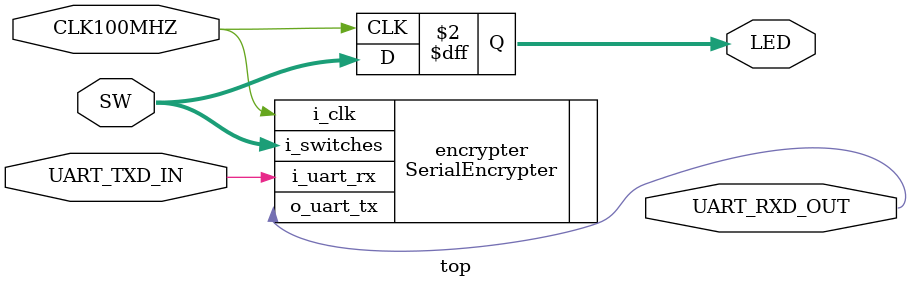
<source format=v>
`timescale 1ns / 1ps

module top(
    input wire CLK100MHZ,
    input wire UART_TXD_IN,
    input wire [15:0] SW,
    output wire UART_RXD_OUT,
    output reg [15:0] LED
    );

    SerialEncrypter encrypter(.i_clk(CLK100MHZ), .o_uart_tx(UART_RXD_OUT), .i_uart_rx(UART_TXD_IN), .i_switches(SW));

    always @(posedge CLK100MHZ) begin
        // turn on LED for whichever switch is turned on
        LED <= SW;
    end

endmodule

</source>
